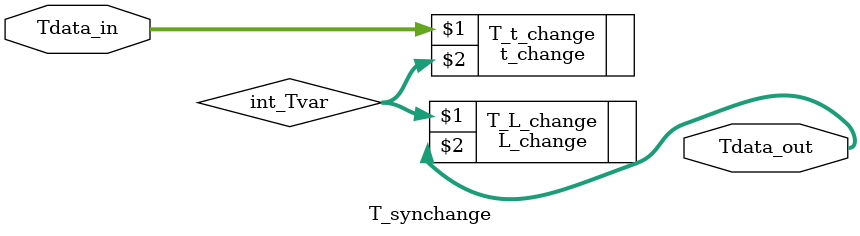
<source format=v>
/*******************lijingchao*********************
   ±¾Ä£¿éÊµÏÖT±ä»»£¬T±ä»»ÊÇt±ä»»ÓëL±ä»»µÄ×ÛºÏ£¬¼´¶Ô
   ÊäÈëÊý¾Ý½øÐÐt±ä»»£¬È»ºóÔÚ¶Ôt±ä»»µÄÊä³öÊý¾Ý½øÐÐL±ä
   »»£¬µÃµ½×îÖÕµÄÊä³öÊý¾Ý¡£
   ÊäÈëÊý¾Ý£ºTdata_in  32Î»¡£
   Êä³öÊý¾Ý£ºTdata_out 32Î»¡£
**************************************************/
module T_synchange(//input
                    Tdata_in,
                    //output
                    Tdata_out);
input[0:31] Tdata_in;
output[0:31] Tdata_out;

wire[0:31] int_Tvar;   //ÏßÍøÐÍµÄÖÐ¼ä±äÁ¿£¬Á¬½Ót±ä»»µÄÊä³öÓëL±ä»»µÄÊäÈë¡£

t_change T_t_change(Tdata_in,int_Tvar);  //t±ä»»µÄÊµÀý»¯Ä£¿é¡£
L_change T_L_change(int_Tvar,Tdata_out); //L±ä»»µÄÊµÀý»¯Ä£¿é¡£

endmodule
</source>
